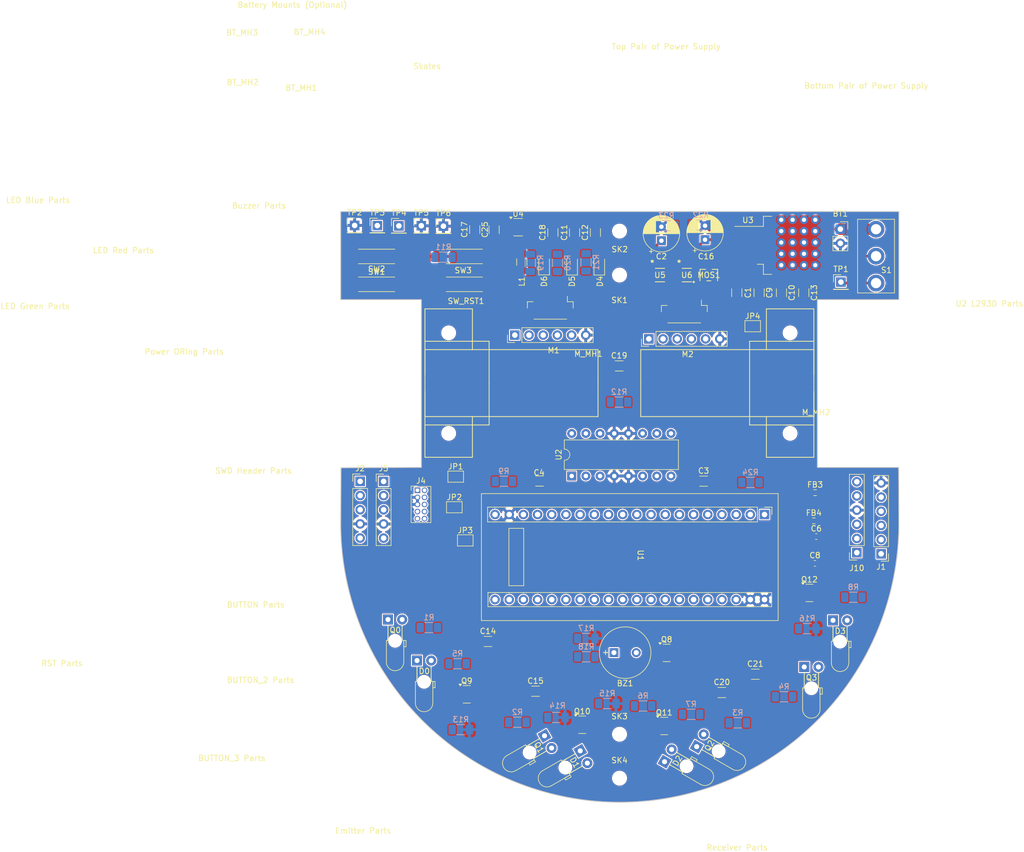
<source format=kicad_pcb>
(kicad_pcb (version 20240108) (generator "pcbnew") (generator_version "8.0")
  (layers (0 "F.Cu" signal) (31 "B.Cu" signal) (34 "B.Paste" user) (35 "F.Paste" user) (36 "B.SilkS" user "B.Silkscreen") (37 "F.SilkS" user "F.Silkscreen") (38 "B.Mask" user) (39 "F.Mask" user) (44 "Edge.Cuts" user))
  (net 0 "")
  (net 1 "Net-(BT1-+)")
  (net 2 "GND")
  (net 3 "+5V")
  (net 4 "Net-(BZ1-+)")
  (net 5 "BATT_NET")
  (net 6 "VCC")
  (net 7 "Net-(J1-Pin_2)")
  (net 8 "Net-(J1-Pin_3)")
  (net 9 "+5V_NET")
  (net 10 "+3V3")
  (net 11 "AGND")
  (net 12 "+3.3VA")
  (net 13 "RST")
  (net 14 "3V3_BYP")
  (net 15 "Net-(D0-K)")
  (net 16 "Net-(D1-K)")
  (net 17 "Net-(D2-K)")
  (net 18 "Net-(D3-K)")
  (net 19 "Net-(D4-A)")
  (net 20 "LED_RED")
  (net 21 "Net-(D5-A)")
  (net 22 "LED_GREEN")
  (net 23 "Net-(D6-A)")
  (net 24 "LED_BLUE")
  (net 25 "USART1_RX")
  (net 26 "USART1_TX")
  (net 30 "SWDCLK")
  (net 31 "+3V3_NET")
  (net 32 "SWDIO")
  (net 33 "Net-(J4-SWO{slash}TDO)")
  (net 34 "Net-(J4-GNDDetect)")
  (net 37 "Net-(J4-~{RESET})")
  (net 38 "BLE_STATE")
  (net 40 "SWO")
  (net 41 "M2_OUT_2")
  (net 42 "M2_ENC_B")
  (net 43 "M2_OUT_1")
  (net 44 "M2_ENC_A")
  (net 45 "M1_OUT_2")
  (net 46 "M1_OUT_1")
  (net 47 "M1_ENC_B")
  (net 48 "M1_ENC_A")
  (net 49 "RECEIV_1")
  (net 50 "RECEIV_2")
  (net 51 "RECEIV_4")
  (net 52 "RECEIV_3")
  (net 53 "BUZZER")
  (net 54 "Net-(Q8-D)")
  (net 55 "Net-(Q9-D)")
  (net 56 "EMIT_1")
  (net 57 "Net-(Q10-D)")
  (net 58 "EMIT_2")
  (net 59 "Net-(Q11-D)")
  (net 60 "EMIT_4")
  (net 61 "EMIT_3")
  (net 62 "Net-(Q12-D)")
  (net 63 "BUTTON_3")
  (net 64 "BUTTON")
  (net 65 "V_METER")
  (net 66 "BUTTON_2")
  (net 67 "Net-(S1-Pad3)")
  (net 68 "M2_BACK")
  (net 70 "M1_BACK")
  (net 72 "M1_FWD")
  (net 73 "M2_FWD")
  (net 74 "M1_SPD")
  (net 75 "M2_SPD")
  (footprint "Capacitor_SMD:C_1206_3216Metric_Pad1.33x1.80mm_HandSolder" (layer "F.Cu") (at 222.9612 191.4144)
    (property "Reference" "C15")
    (property "Value" "1uF")
  )
  (footprint "MM_Library:Emitter" (layer "F.Cu") (at 196.532374 178.565)
    (property "Reference" "Q0")
    (property "Value" "TEFT4300")
  )
  (footprint "Connector_PinHeader_2.54mm:PinHeader_1x01_P2.54mm_Vertical" (layer "F.Cu") (at 194.626 107.9746)
    (property "Reference" "TP3")
    (property "Value" "TP_5V")
  )
  (footprint "Package_TO_SOT_SMD:SOT-23" (layer "F.Cu") (at 272.0086 173.7981)
    (property "Reference" "Q12")
    (property "Value" "Q_NMOS_GSD")
  )
  (footprint "Connector_PinSocket_2.54mm:PinSocket_1x06_P2.54mm_Vertical" (layer "F.Cu") (at 280.5 166.58 180)
    (property "Reference" "J10")
    (property "Value" "Conn_01x06_Female")
  )
  (footprint "Inductor_SMD:L_1206_3216Metric_Pad1.42x1.75mm_HandSolder" (layer "F.Cu") (at 220.5 114.5125 90)
    (property "Reference" "L1")
    (property "Value" "10uH")
  )
  (footprint "custom_foot:DCK6_TEX" (layer "F.Cu") (at 245.24335 116.84)
    (property "Reference" "U5")
    (property "Value" "LM66100DCKR")
  )
  (footprint "MountingHole:MountingHole_2.2mm_M2" (layer "F.Cu") (at 238 199.126)
    (property "Reference" "SK3")
    (property "Value" "M2")
  )
  (footprint "Capacitor_SMD:C_1206_3216Metric_Pad1.33x1.80mm_HandSolder" (layer "F.Cu") (at 237.9341 133.1214)
    (property "Reference" "C19")
    (property "Value" "0.1uF")
  )
  (footprint "MM_Library:Emitter" (layer "F.Cu") (at 246.065443 204.044852 60)
    (property "Reference" "D2")
    (property "Value" "SFH4545")
  )
  (footprint "MM_Library:Motor_mouse" (layer "F.Cu") (at 241.8 136.2 180)
    (property "Reference" "M_MH2")
    (property "Value" "M2")
  )
  (footprint "Connector_PinSocket_2.54mm:PinSocket_1x02_P2.54mm_Vertical" (layer "F.Cu") (at 277.55 108.61)
    (property "Reference" "BT1")
    (property "Value" "Battery_Cell")
  )
  (footprint "LED_SMD:LED_0805_2012Metric_Pad1.15x1.40mm_HandSolder" (layer "F.Cu") (at 234.3768 114.9794 90)
    (property "Reference" "D4")
    (property "Value" "LED")
  )
  (footprint "MM_Library:Emitter" (layer "F.Cu") (at 271.082374 187.065)
    (property "Reference" "Q3")
    (property "Value" "TEFT4300")
  )
  (footprint "MM_Library:Emitter" (layer "F.Cu") (at 224.564557 199.395148 -60)
    (property "Reference" "Q1")
    (property "Value" "TEFT4300")
  )
  (footprint "Package_TO_SOT_SMD:SOT-23" (layer "F.Cu") (at 231.3178 197.4201)
    (property "Reference" "Q10")
    (property "Value" "Q_NMOS_GSD")
  )
  (footprint "Capacitor_THT:CP_Radial_D6.3mm_P2.50mm" (layer "F.Cu") (at 245.5 110.68238 90)
    (property "Reference" "C2")
    (property "Value" "100uF")
  )
  (footprint "Capacitor_SMD:C_1206_3216Metric_Pad1.33x1.80mm_HandSolder" (layer "F.Cu") (at 263 120 -90)
    (property "Reference" "C9")
    (property "Value" "10uF")
  )
  (footprint "MountingHole:MountingHole_2.2mm_M2" (layer "F.Cu") (at 238 108.966)
    (property "Reference" "SK2")
    (property "Value" "M2")
  )
  (footprint "Connector_PinHeader_2.54mm:PinHeader_1x05_P2.54mm_Vertical" (layer "F.Cu") (at 191.55 153.81)
    (property "Reference" "J2")
    (property "Value" "SWD Header")
  )
  (footprint "Capacitor_SMD:C_1206_3216Metric_Pad1.33x1.80mm_HandSolder" (layer "F.Cu") (at 212.06985 108.688795 90)
    (property "Reference" "C17")
    (property "Value" "1uF")
  )
  (footprint "MM_Library:Motor_mouse" (layer "F.Cu") (at 234.15 136.2)
    (property "Reference" "M_MH1")
    (property "Value" "M2")
  )
  (footprint "Capacitor_SMD:C_1206_3216Metric_Pad1.33x1.80mm_HandSolder" (layer "F.Cu") (at 233.68 109.22 90)
    (property "Reference" "C12")
    (property "Value" "0.1uF")
  )
  (footprint "MountingHole:MountingHole_2.2mm_M2" (layer "F.Cu") (at 181 86.5)
    (property "Reference" "BT_MH1")
    (property "Value" "M2")
  )
  (footprint "Jumper:SolderJumper-2_P1.3mm_Bridged_Pad1.0x1.5mm" (layer "F.Cu") (at 261.85 126)
    (property "Reference" "JP4")
    (property "Value" "Jumper_2_Open")
  )
  (footprint "Package_TO_SOT_SMD:SOT-23" (layer "F.Cu") (at 210.6445 191.9732)
    (property "Reference" "Q9")
    (property "Value" "Q_NMOS_GSD")
  )
  (footprint "Connector_PinHeader_2.54mm:PinHeader_1x05_P2.54mm_Vertical" (layer "F.Cu") (at 195.75 153.82)
    (property "Reference" "J5")
    (property "Value" "SWD Header")
  )
  (footprint "Package_TO_SOT_SMD:SOT-23" (layer "F.Cu") (at 245.999 197.6487)
    (property "Reference" "Q11")
    (property "Value" "Q_NMOS_GSD")
  )
  (footprint "MM_Library:Motor Headers" (layer "F.Cu") (at 250.2 131.52)
    (property "Reference" "M2")
    (property "Value" "M2_Conn_Alt")
  )
  (footprint "Capacitor_SMD:C_1206_3216Metric_Pad1.33x1.80mm_HandSolder" (layer "F.Cu") (at 215.541503 108.713385 90)
    (property "Reference" "C25")
    (property "Value" "10nF")
  )
  (footprint "MM_Library:Emitter" (layer "F.Cu") (at 251.815443 201.344852 60)
    (property "Reference" "Q2")
    (property "Value" "TEFT4300")
  )
  (footprint "Connector_PinHeader_1.27mm:PinHeader_2x05_P1.27mm_Vertical" (layer "F.Cu") (at 201.81 155.41)
    (property "Reference" "J4")
    (property "Value" "Conn_ARM_JTAG_SWD_10")
  )
  (footprint "Jumper:SolderJumper-2_P1.3mm_Open_Pad1.0x1.5mm" (layer "F.Cu") (at 208.4174 158.4452)
    (property "Reference" "JP2")
    (property "Value" "JP_GND")
  )
  (footprint "Connector_PinHeader_2.54mm:PinHeader_1x01_P2.54mm_Vertical" (layer "F.Cu") (at 190.562 107.9492)
    (property "Reference" "TP2")
    (property "Value" "GND_TP")
  )
  (footprint "Capacitor_SMD:C_1206_3216Metric_Pad1.33x1.80mm_HandSolder" (layer "F.Cu") (at 226.06 109.22 90)
    (property "Reference" "C18")
    (property "Value" "1uF")
  )
  (footprint "Resistor_SMD:R_0603_1608Metric_Pad0.98x0.95mm_HandSolder" (layer "F.Cu") (at 272.7979 160.8836)
    (property "Reference" "FB4")
    (property "Value" "HZ0603C601R-10")
  )
  (footprint "custom_foot:SOT-23F_TOS" (layer "F.Cu") (at 254 116.84)
    (property "Reference" "MOS1")
    (property "Value" "SSM3K335R_LF")
  )
  (footprint "MM_Library:Emitter" (layer "F.Cu") (at 201.732375 185.915001)
    (property "Reference" "D0")
    (property "Value" "SFH4545")
  )
  (footprint "MM_Library:Emitter" (layer "F.Cu") (at 230.964557 202.095146 -60)
    (property "Reference" "D1")
    (property "Value" "SFH4545")
  )
  (footprint "Connector_PinHeader_2.54mm:PinHeader_1x01_P2.54mm_Vertical" (layer "F.Cu") (at 206.4624 108.0762)
    (property "Reference" "TP6")
    (property "Value" "GND_TP")
  )
  (footprint "Connector_PinHeader_2.54mm:PinHeader_1x01_P2.54mm_Vertical" (layer "F.Cu") (at 277.65 118.1)
    (property "Reference" "TP1")
    (property "Value" "V_EXT_TP")
  )
  (footprint "Capacitor_SMD:C_1206_3216Metric_Pad1.33x1.80mm_HandSolder" (layer "F.Cu") (at 267 120 -90)
    (property "Reference" "C10")
    (property "Value" "10uF(Tantalum)")
  )
  (footprint "Capacitor_SMD:C_0603_1608Metric_Pad1.08x0.95mm_HandSolder" (layer "F.Cu") (at 273 168.5)
    (property "Reference" "C8")
    (property "Value" "22pF")
  )
  (footprint "Capacitor_SMD:C_1206_3216Metric_Pad1.33x1.80mm_HandSolder" (layer "F.Cu") (at 262.3181 188.3664)
    (property "Reference" "C21")
    (property "Value" "1uF")
  )
  (footprint "MountingHole:MountingHole_2.2mm_M2" (layer "F.Cu") (at 238 207)
    (property "Reference" "SK4")
    (property "Value" "M2")
  )
  (footprint "LED_SMD:LED_0805_2012Metric_Pad1.15x1.40mm_HandSolder" (layer "F.Cu") (at 229.5 114.975 90)
    (property "Reference" "D5")
    (property "Value" "LED")
  )
  (footprint "MM_Library:5V Voltage Reg" (layer "F.Cu") (at 266.74 119.538)
    (property "Reference" "U3")
    (property "Value" "LM1085-5.0")
  )
  (footprint "Capacitor_SMD:C_1206_3216Metric_Pad1.33x1.80mm_HandSolder" (layer "F.Cu") (at 214.4375 182.5)
    (property "Reference" "C14")
    (property "Value" "1uF")
  )
  (footprint "Button_Switch_SMD:SW_SPST_REED_CT05-XXXX-G1" (layer "F.Cu") (at 194.5 113.5)
    (property "Reference" "SW1")
    (property "Value" "SW")
  )
  (footprint "MM_Library:Motor Headers" (layer "F.Cu") (at 226.1966 130.8458)
    (property "Reference" "M1")
    (property "Value" "M1_Conn_Alt")
  )
  (footprint "Button_Switch_SMD:SW_SPST_REED_CT05-XXXX-G1" (layer "F.Cu") (at 194.5 118.5 180)
    (property "Reference" "SW2")
    (property "Value" "SW")
  )
  (footprint "Capacitor_THT:CP_Radial_D6.3mm_P2.50mm" (layer "F.Cu") (at 253.317621 110.5 90)
    (property "Reference" "C16")
    (property "Value" "100uF")
  )
  (footprint "Resistor_SMD:R_0603_1608Metric_Pad0.98x0.95mm_HandSolder" (layer "F.Cu") (at 273.0265 155.829)
    (property "Reference" "FB3")
    (property "Value" "HZ0603C601R-10")
  )
  (footprint "Connector_PinHeader_2.54mm:PinHeader_1x01_P2.54mm_Vertical" (layer "F.Cu") (at 198.4868 108.0254)
    (property "Reference" "TP4")
    (property "Value" "TP_3V3")
  )
  (footprint "Jumper:SolderJumper-2_P1.3mm_Open_Pad1.0x1.5mm" (layer "F.Cu") (at 208.661 152.9588)
    (property "Reference" "JP1")
    (property "Value" "JP_SWO")
  )
  (footprint "Capacitor_SMD:C_1206_3216Metric_Pad1.33x1.80mm_HandSolder" (layer "F.Cu") (at 223.6724 153.7462)
    (property "Reference" "C4")
    (property "Value" "0.1uF")
  )
  (footprint "MountingHole:MountingHole_2.2mm_M2" (layer "F.Cu") (at 170.5 85.5)
    (property "Reference" "BT_MH2")
    (property "Value" "M2")
  )
  (footprint "Package_TO_SOT_SMD:SOT-23-5" (layer "F.Cu") (at 219.8425 108.27)
    (property "Reference" "U4")
    (property "Value" "APE8865Y5-33-HF-3")
  )
  (footprint "MM_Library:MM Switch" (layer "F.Cu") (at 289.071 113.476 90)
    (property "Reference" "S1")
    (property "Value" "EG1218")
  )
  (footprint "Capacitor_SMD:C_1206_3216Metric_Pad1.33x1.80mm_HandSolder" (layer "F.Cu") (at 253.0602 153.7716)
    (property "Reference" "C3")
    (property "Value" "1uF")
  )
  (footprint "Buzzer_Beeper:MagneticBuzzer_PUI_AT-0927-TT-6-R" (layer "F.Cu") (at 237 184.5)
    (property "Reference" "BZ1")
    (property "Value" "Buzzer")
  )
  (footprint "Capacitor_SMD:C_1206_3216Metric_Pad1.33x1.80mm_HandSolder" (layer "F.Cu") (at 271 120 -90)
    (property "Reference" "C13")
    (property "Value" "0.1uF")
  )
  (footprint "Package_TO_SOT_SMD:SOT-23" (layer "F.Cu") (at 246.4375 184.55)
    (property "Reference" "Q8")
    (property "Value" "Q_NMOS_SGD")
  )
  (footprint "custom_foot:DCK6_TEX" (layer "F.Cu") (at 250.05665 116.84)
    (property "Reference" "U6")
    (property "Value" "LM66100DCKR")
  )
  (footprint "Button_Switch_SMD:SW_SPST_REED_CT05-XXXX-G1" (layer "F.Cu") (at 210.22 118.5 180)
    (property "Reference" "SW_RST1")
    (property "Value" "SW")
  )
  (footprint "MM_Library:STM32F103" (layer "F.Cu") (at 241.265 167.06 -90)
    (property "Reference" "U1")
    (property "Value" "YAAJ_BluePill_SWD_Breakout")
  )
  (footprint "MountingHole:MountingHole_2.2mm_M2" (layer "F.Cu") (at 182.5 76.5)
    (property "Reference" "BT_MH4")
    (property "Value" "M2")
  )
  (footprint "Capacitor_SMD:C_1206_3216Metric_Pad1.33x1.80mm_HandSolder" (layer "F.Cu") (at 256.3237 191.643)
    (property "Reference" "C20")
    (property "Value" "1uF")
  )
  (footprint "Jumper:SolderJumper-2_P1.3mm_Open_Pad1.0x1.5mm" (layer "F.Cu") (at 210.3778 164.3888)
    (property "Reference" "JP3")
    (property "Value" "JP_RST")
  )
  (footprint "MM_Library:Emitter" (layer "F.Cu") (at 276.232374 178.715001)
    (property "Reference" "D3")
    (property "Value" "SFH4545")
  )
  (footprint "Capacitor_SMD:C_1206_3216Metric_Pad1.33x1.80mm_HandSolder" (layer "F.Cu") (at 229.949362 109.22 90)
    (property "Reference" "C11")
    (property "Value" "10uF")
  )
  (footprint "Package_DIP:DIP-16_W7.62mm" (layer "F.Cu") (at 229.435 152.845 90)
    (property "Reference" "U2")
    (property "Value" "L293D")
  )
  (footprint "Button_Switch_SMD:SW_SPST_REED_CT05-XXXX-G1" (layer "F.Cu") (at 210.22 113.5 180)
    (property "Reference" "SW3")
    (property "Value" "SW")
  )
  (footprint "MountingHole:MountingHole_2.2mm_M2" (layer "F.Cu") (at 170.4 76.6)
    (property "Reference" "BT_MH3")
    (property "Value" "M2")
  )
  (footprint "Capacitor_SMD:C_1206_3216Metric_Pad1.33x1.80mm_HandSolder" (layer "F.Cu") (at 259 120 90)
    (property "Reference" "C1")
    (property "Value" "0.1uF")
  )
  (footprint "Capacitor_SMD:C_0603_1608Metric_Pad1.08x0.95mm_HandSolder" (layer "F.Cu") (at 273.2297 163.6994)
    (property "Reference" "C6")
    (property "Value" "22pF")
  )
  (footprint "Connector_PinHeader_2.54mm:PinHeader_1x01_P2.54mm_Vertical" (layer "F.Cu") (at 202.5 108)
    (property "Reference" "TP5")
    (property "Value" "GND_TP")
  )
  (footprint "MountingHole:MountingHole_2.2mm_M2" (layer "F.Cu") (at 238 116.84)
    (property "Reference" "SK1")
    (property "Value" "M2")
  )
  (footprint "Connector_PinHeader_2.54mm:PinHeader_1x06_P2.54mm_Vertical" (layer "F.Cu") (at 284.85 166.79 180)
    (property "Reference" "J1")
    (property "Value" "Serial Debug Header")
  )
  (footprint "LED_SMD:LED_0805_2012Metric_Pad1.15x1.40mm_HandSolder" (layer "F.Cu") (at 224.4882 114.9454 90)
    (property "Reference" "D6")
    (property "Value" "LED")
  )
  (footprint "Resistor_SMD:R_1206_3216Metric_Pad1.30x1.75mm_HandSolder" (layer "B.Cu") (at 235.8136 193.6242 180)
    (property "Reference" "R15")
    (property "Value" "47k")
  )
  (footprint "Resistor_SMD:R_1206_3216Metric_Pad1.30x1.75mm_HandSolder" (layer "B.Cu") (at 267.462 192.405 180)
    (property "Reference" "R4")
    (property "Value" "1.8k")
  )
  (footprint "Resistor_SMD:R_1206_3216Metric_Pad1.30x1.75mm_HandSolder" (layer "B.Cu") (at 206.4512 113.6396 180)
    (property "Reference" "R11")
    (property "Value" "47K")
  )
  (footprint "Resistor_SMD:R_1206_3216Metric_Pad1.30x1.75mm_HandSolder" (layer "B.Cu") (at 226.695 196.1134 180)
    (property "Reference" "R14")
    (property "Value" "47k")
  )
  (footprint "Resistor_SMD:R_1206_3216Metric_Pad1.30x1.75mm_HandSolder" (layer "B.Cu") (at 222.0178 114.6516 90)
    (property "Reference" "R19")
    (property "Value" "750")
  )
  (footprint "Resistor_SMD:R_1206_3216Metric_Pad1.30x1.75mm_HandSolder" (layer "B.Cu") (at 217.2964 153.797 180)
    (property "Reference" "R9")
    (property "Value" "47K")
  )
  (footprint "Resistor_SMD:R_1206_3216Metric_Pad1.30x1.75mm_HandSolder" (layer "B.Cu") (at 242.2138 194.056 180)
    (property "Reference" "R6")
    (property "Value" "35")
  )
  (footprint "Resistor_SMD:R_1206_3216Metric_Pad1.30x1.75mm_HandSolder" (layer "B.Cu") (at 209.5754 198.2978 180)
    (property "Reference" "R13")
    (property "Value" "47k")
  )
  (footprint "Resistor_SMD:R_1206_3216Metric_Pad1.30x1.75mm_HandSolder" (layer "B.Cu") (at 232.0494 185.246 180)
    (property "Reference" "R18")
    (property "Value" "0")
  )
  (footprint "Resistor_SMD:R_1206_3216Metric_Pad1.30x1.75mm_HandSolder" (layer "B.Cu") (at 252.55 107.873 180)
    (property "Reference" "R22")
    (property "Value" "20K")
  )
  (footprint "Resistor_SMD:R_1206_3216Metric_Pad1.30x1.75mm_HandSolder" (layer "B.Cu") (at 208.9912 186.4868 180)
    (property "Reference" "R5")
    (property "Value" "35")
  )
  (footprint "Resistor_SMD:R_1206_3216Metric_Pad1.30x1.75mm_HandSolder" (layer "B.Cu") (at 226.8946 114.6472 90)
    (property "Reference" "R20")
    (property "Value" "75")
  )
  (footprint "Resistor_SMD:R_1206_3216Metric_Pad1.30x1.75mm_HandSolder" (layer "B.Cu") (at 261.4416 154.0002 180)
    (property "Reference" "R24")
    (property "Value" "47K")
  )
  (footprint "Resistor_SMD:R_1206_3216Metric_Pad1.30x1.75mm_HandSolder" (layer "B.Cu") (at 259.181 197.0786 180)
    (property "Reference" "R3")
    (property "Value" "1.8k")
  )
  (footprint "Resistor_SMD:R_1206_3216Metric_Pad1.30x1.75mm_HandSolder" (layer "B.Cu") (at 219.71 196.977 180)
    (property "Reference" "R2")
    (property "Value" "1.8k")
  )
  (footprint "Resistor_SMD:R_1206_3216Metric_Pad1.30x1.75mm_HandSolder" (layer "B.Cu") (at 237.9224 139.5984 180)
    (property "Reference" "R12")
    (property "Value" "47K")
  )
  (footprint "Resistor_SMD:R_1206_3216Metric_Pad1.30x1.75mm_HandSolder" (layer "B.Cu") (at 232 114.55 90)
    (property "Reference" "R21")
    (property "Value" "75")
  )
  (footprint "Resistor_SMD:R_1206_3216Metric_Pad1.30x1.75mm_HandSolder" (layer "B.Cu") (at 250.8244 195.5546 180)
    (property "Reference" "R7")
    (property "Value" "35")
  )
  (footprint "Resistor_SMD:R_1206_3216Metric_Pad1.30x1.75mm_HandSolder" (layer "B.Cu") (at 232.0494 181.956 180)
    (property "Reference" "R17")
    (property "Value" "47k")
  )
  (footprint "Resistor_SMD:R_1206_3216Metric_Pad1.30x1.75mm_HandSolder" (layer "B.Cu") (at 279.8826 174.5742 180)
    (property "Reference" "R8")
    (property "Value" "35")
  )
  (footprint "Resistor_SMD:R_1206_3216Metric_Pad1.30x1.75mm_HandSolder" (layer "B.Cu") (at 203.8604 180.0098 180)
    (property "Reference" "R1")
    (property "Value" "1.8k")
  )
  (footprint "Resistor_SMD:R_1206_3216Metric_Pad1.30x1.75mm_HandSolder" (layer "B.Cu") (at 271.6282 180.1876 180)
    (property "Reference" "R16")
    (property "Value" "47k")
  )
  (footprint "Resistor_SMD:R_1206_3216Metric_Pad1.30x1.75mm_HandSolder" (layer "B.Cu") (at 246.3778 108 180)
    (property "Reference" "R23")
    (property "Value" "10K")
  )
  (gr_line (start 188.05 105.45) (end 188.05 121.25) (stroke (width 0.15)) (layer "Edge.Cuts"))
  (gr_line (start 288 151.3) (end 288.05 161.325) (stroke (width 0.15)) (layer "Edge.Cuts"))
  (gr_line (start 188.05 105.45) (end 288.05 105.45) (stroke (width 0.15)) (layer "Edge.Cuts"))
  (gr_line (start 288.05 105.45) (end 288.05 121.25) (stroke (width 0.15)) (layer "Edge.Cuts"))
  (gr_line (start 273.45 121.25) (end 273.45 151.3) (stroke (width 0.15)) (layer "Edge.Cuts"))
  (gr_line (start 188.1 151.35) (end 202.5 151.3) (stroke (width 0.15)) (layer "Edge.Cuts"))
  (gr_line (start 273.45 151.3) (end 288 151.3) (stroke (width 0.15)) (layer "Edge.Cuts"))
  (gr_line (start 202.5 121.25) (end 188.05 121.25) (stroke (width 0.15)) (layer "Edge.Cuts"))
  (gr_line (start 288.05 121.25) (end 273.45 121.25) (stroke (width 0.15)) (layer "Edge.Cuts"))
  (gr_arc (start 288.05 161.325) (mid 238.05 211.325) (end 188.05 161.325) (stroke (width 0.15)) (layer "Edge.Cuts"))
  (gr_line (start 202.5 151.3) (end 202.5 121.25) (stroke (width 0.15)) (layer "Edge.Cuts"))
  (gr_line (start 188.1 151.35) (end 188.05 161.325) (stroke (width 0.15)) (layer "Edge.Cuts"))
  (gr_text "Emitter Parts" (at 187 217 0) (layer "F.SilkS") (effects (font (size 1 1)) (justify left bottom)))
  (gr_text "Receiver Parts" (at 253.5 220 0) (layer "F.SilkS") (effects (font (size 1 1)) (justify left bottom)))
  (gr_text "LED Blue Parts" (at 128.05 104 0) (layer "F.SilkS") (effects (font (size 1 1)) (justify left bottom)))
  (gr_text "U2 L293D Parts" (at 298.1025 122.55 0) (layer "F.SilkS") (effects (font (size 1 1)) (justify left bottom)))
  (gr_text "LED Red Parts" (at 143.6 113 0) (layer "F.SilkS") (effects (font (size 1 1)) (justify left bottom)))
  (gr_text "BUTTON Parts" (at 167.6 176.5 0) (layer "F.SilkS") (effects (font (size 1 1)) (justify left bottom)))
  (gr_text "BUTTON_3 Parts\n" (at 162.45 204 0) (layer "F.SilkS") (effects (font (size 1 1)) (justify left bottom)))
  (gr_text "Bottom Pair of Power Supply\n" (at 271 83.5 0) (layer "F.SilkS") (effects (font (size 1 1)) (justify left bottom)))
  (gr_text "Top Pair of Power Supply" (at 236.5041 76.479 0) (layer "F.SilkS") (effects (font (size 1 1)) (justify left bottom)))
  (gr_text "BUTTON_2 Parts" (at 167.6 190 0) (layer "F.SilkS") (effects (font (size 1 1)) (justify left bottom)))
  (gr_text "LED Green Parts" (at 127.05 123 0) (layer "F.SilkS") (effects (font (size 1 1)) (justify left bottom)))
  (gr_text "Power ORing Parts\n" (at 152.86335 131.149999 0) (layer "F.SilkS") (effects (font (size 1 1)) (justify left bottom)))
  (gr_text "SWD Header Parts" (at 165.5 152.5 0) (layer "F.SilkS") (effects (font (size 1 1)) (justify left bottom)))
  (gr_text "Battery Mounts (Optional)\n" (at 169.5 69 0) (layer "F.SilkS") (effects (font (size 1 1)) (justify left bottom)))
  (gr_text "Buzzer Parts" (at 168.5 105 0) (layer "F.SilkS") (effects (font (size 1 1)) (justify left bottom)))
  (gr_text "Skates" (at 201 80 0) (layer "F.SilkS") (effects (font (size 1 1)) (justify left bottom)))
  (gr_text "RST Parts" (at 134.375 187 0) (layer "F.SilkS") (effects (font (size 1 1)) (justify left bottom)))
  (segment (start 283.941 108.624) (end 277.564 108.624) (width 2) (layer "F.Cu") (net 1))
  (segment (start 277.564 108.624) (end 277.55 108.61) (width 2) (layer "F.Cu") (net 1))
  (segment (start 259 118.4375) (end 255.353701 118.4375) (width 0.5) (layer "F.Cu") (net 5))
  (segment (start 255.353701 118.4375) (end 254.950001 118.0338) (width 0.5) (layer "F.Cu") (net 5))
  (segment (start 259 115.987) (end 260.939 114.048) (width 0.5) (layer "F.Cu") (net 5))
  (segment (start 254.950001 118.0338) (end 254.186002 118.797799) (width 0.5) (layer "F.Cu") (net 5))
  (segment (start 243 113.18238) (end 245.5 110.68238) (width 0.5) (layer "F.Cu") (net 5))
  (segment (start 272.977 119.48) (end 264.0425 119.48) (width 0.5) (layer "F.Cu") (net 5))
  (segment (start 244.05125 118.797799) (end 243 117.746549) (width 0.5) (layer "F.Cu") (net 5))
  (segment (start 263 118.4375) (end 259 118.4375) (width 0.5) (layer "F.Cu") (net 5))
  (segment (start 254.186002 118.797799) (end 244.05125 118.797799) (width 0.5) (layer "F.Cu") (net 5))
  (segment (start 264.0425 119.48) (end 263 118.4375) (width 0.5) (layer "F.Cu") (net 5))
  (segment (start 259 118.4375) (end 259 115.987) (width 0.5) (layer "F.Cu") (net 5))
  (segment (start 243 117.746549) (end 243 113.18238) (width 0.5) (layer "F.Cu") (net 5))
  (segment (start 279.007 113.45) (end 272.977 119.48) (width 0.5) (layer "F.Cu") (net 5))
  (segment (start 283.941 113.45) (end 279.007 113.45) (width 0.5) (layer "F.Cu") (net 5))
  (segment (start 244.7845 118.167799) (end 244.1067 117.489999) (width 0.5) (layer "F.Cu") (net 9))
  (segment (start 247.06545 118.167799) (end 244.7845 118.167799) (width 0.5) (layer "F.Cu") (net 9))
  (segment (start 259.5 110.5) (end 253.317621 110.5) (width 0.5) (layer "F.Cu") (net 9))
  (segment (start 260.939 111.508) (end 266.46 111.508) (width 0.5) (layer "F.Cu") (net 9))
  (segment (start 260.508 111.508) (end 259.5 110.5) (width 0.5) (layer "F.Cu") (net 9))
  (segment (start 248.92 116.190001) (end 248.206749 116.190001) (width 0.5) (layer "F.Cu") (net 9))
  (segment (start 253.317621 110.5) (end 248.92 114.897621) (width 0.5) (layer "F.Cu") (net 9))
  (segment (start 248.92 114.897621) (end 248.92 116.190001) (width 0.5) (layer "F.Cu") (net 9))
  (segment (start 247.18545 117.2113) (end 247.18545 118.047799) (width 0.5) (layer "F.Cu") (net 9))
  (segment (start 267 115.096) (end 266.968 115.064) (width 0.5) (layer "F.Cu") (net 9))
  (segment (start 247.18545 118.047799) (end 247.06545 118.167799) (width 0.5) (layer "F.Cu") (net 9))
  (segment (start 271 118.4375) (end 271 115.096) (width 0.5) (layer "F.Cu") (net 9))
  (segment (start 271 115.096) (end 271.032 115.064) (width 0.5) (layer "F.Cu") (net 9))
  (segment (start 248.206749 116.190001) (end 247.18545 117.2113) (width 0.5) (layer "F.Cu") (net 9))
  (segment (start 267 118.4375) (end 267 115.096) (width 0.5) (layer "F.Cu") (net 9))
  (segment (start 266.46 111.508) (end 266.968 111) (width 0.5) (layer "F.Cu") (net 9))
  (segment (start 260.939 111.508) (end 260.508 111.508) (width 0.5) (layer "F.Cu") (net 9))
  (segment (start 277.826 118.276) (end 277.65 118.1) (width 0.5) (layer "F.Cu") (net 67))
  (segment (start 283.941 118.276) (end 277.826 118.276) (width 0.5) (layer "F.Cu") (net 67))
  (zone (net 2) (net_name "GND") (layers "F&B.Cu") (connect_pads (clearance 0.2)) (min_thickness 0.25) (fill yes (thermal_gap 0.5) (thermal_bridge_width 0.5))
    (polygon (pts (xy 179.474931 96.011964) (xy 295.224931 96.011964) (xy 295.424931 215.561964) (xy 179.974931 214.561964)))
  )
)
</source>
